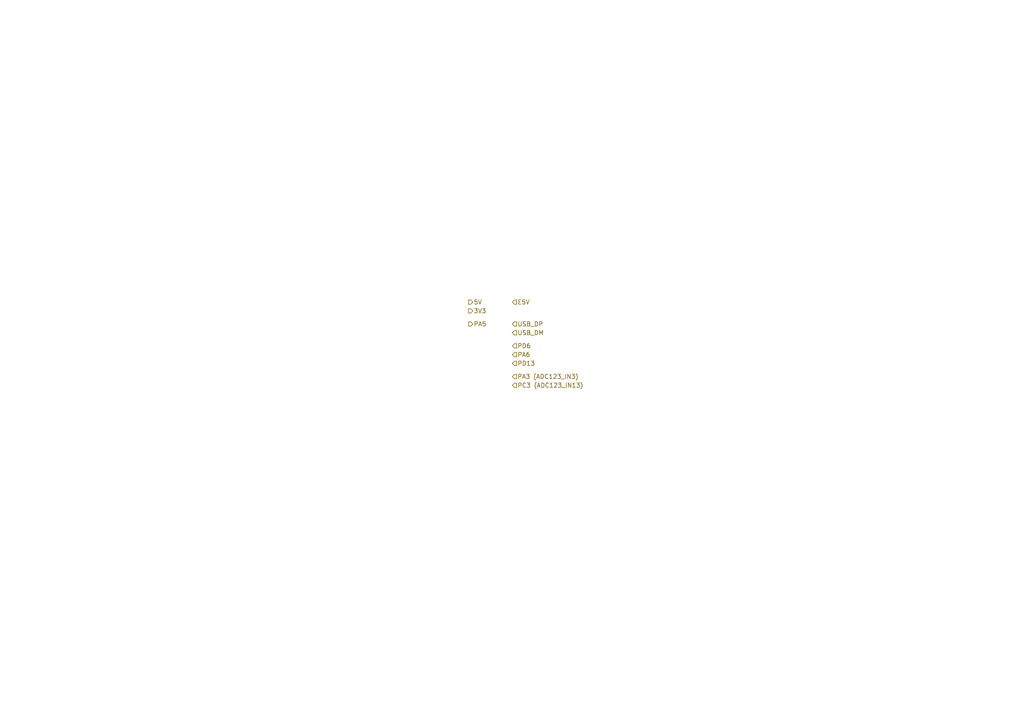
<source format=kicad_sch>
(kicad_sch (version 20211123) (generator eeschema)
  (paper "A4")
  (lib_symbols)
  (hierarchical_label "PD13" (shape input) (at 148.59 105.41 0))
  (hierarchical_label "5V" (shape output) (at 135.89 87.63 0))
  (hierarchical_label "E5V" (shape input) (at 148.59 87.63 0))
  (hierarchical_label "USB_DP" (shape input) (at 148.59 93.98 0))
  (hierarchical_label "PC3 (ADC123_IN13)" (shape input) (at 148.59 111.76 0))
  (hierarchical_label "PA5" (shape output) (at 135.89 93.98 0))
  (hierarchical_label "PA6" (shape input) (at 148.59 102.87 0))
  (hierarchical_label "USB_DM" (shape input) (at 148.59 96.52 0))
  (hierarchical_label "PA3 (ADC123_IN3)" (shape input) (at 148.59 109.22 0))
  (hierarchical_label "PD6" (shape input) (at 148.59 100.33 0))
  (hierarchical_label "3V3" (shape output) (at 135.89 90.17 0))
)
</source>
